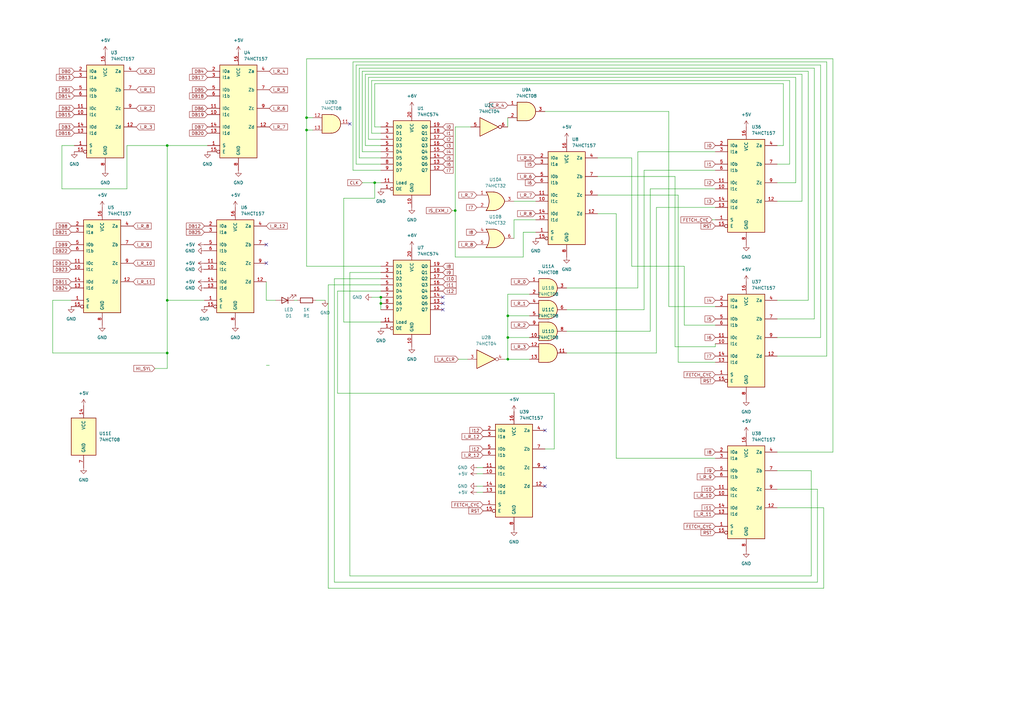
<source format=kicad_sch>
(kicad_sch (version 20250114) (generator "eeschema") (generator_version "9.0")
  (paper "A3")
  (lib_symbols
    (symbol "74xx:74HC04"
      (property "Reference" "U" (at 0 1.27 0))
      (property "Value" "74HC04" (at 0 -1.27 0))
      (symbol "74HC04_1_0"
        (pin input line (at -7.62 0 0) (length 3.81) (name "~") (number "1"))
        (pin output inverted (at 7.62 0 180) (length 3.81) (name "~") (number "2"))
      )
      (symbol "74HC04_2_0"
        (pin input line (at -7.62 0 0) (length 3.81) (name "~") (number "3"))
        (pin output inverted (at 7.62 0 180) (length 3.81) (name "~") (number "4"))
      )
      (symbol "74HC04_3_0"
        (pin input line (at -7.62 0 0) (length 3.81) (name "~") (number "5"))
        (pin output inverted (at 7.62 0 180) (length 3.81) (name "~") (number "6"))
      )
      (symbol "74HC04_4_0"
        (pin input line (at -7.62 0 0) (length 3.81) (name "~") (number "9"))
        (pin output inverted (at 7.62 0 180) (length 3.81) (name "~") (number "8"))
      )
      (symbol "74HC04_5_0"
        (pin input line (at -7.62 0 0) (length 3.81) (name "~") (number "11"))
        (pin output inverted (at 7.62 0 180) (length 3.81) (name "~") (number "10"))
      )
      (symbol "74HC04_6_0"
        (pin input line (at -7.62 0 0) (length 3.81) (name "~") (number "13"))
        (pin output inverted (at 7.62 0 180) (length 3.81) (name "~") (number "12"))
      )
      (symbol "74HC04_7_0"
        (pin power_in line (at 0 12.7 270) (length 5.08) (name "VCC") (number "14"))
        (pin power_in line (at 0 -12.7 90) (length 5.08) (name "GND") (number "7"))
      )
    )
    (symbol "74xx:74LS08" (pin_names (offset 1.016))
      (property "Reference" "U" (at 0 1.27 0))
      (property "Value" "74LS08" (at 0 -1.27 0))
      (symbol "74LS08_1_1"
        (pin input line (at -7.62 2.54 0) (length 3.81) (name "~") (number "1"))
        (pin input line (at -7.62 -2.54 0) (length 3.81) (name "~") (number "2"))
        (pin output line (at 7.62 0 180) (length 3.81) (name "~") (number "3"))
      )
      (symbol "74LS08_1_2"
        (pin input inverted (at -7.62 2.54 0) (length 4.318) (name "~") (number "1"))
        (pin input inverted (at -7.62 -2.54 0) (length 4.318) (name "~") (number "2"))
        (pin output inverted (at 7.62 0 180) (length 3.81) (name "~") (number "3"))
      )
      (symbol "74LS08_2_1"
        (pin input line (at -7.62 2.54 0) (length 3.81) (name "~") (number "4"))
        (pin input line (at -7.62 -2.54 0) (length 3.81) (name "~") (number "5"))
        (pin output line (at 7.62 0 180) (length 3.81) (name "~") (number "6"))
      )
      (symbol "74LS08_2_2"
        (pin input inverted (at -7.62 2.54 0) (length 4.318) (name "~") (number "4"))
        (pin input inverted (at -7.62 -2.54 0) (length 4.318) (name "~") (number "5"))
        (pin output inverted (at 7.62 0 180) (length 3.81) (name "~") (number "6"))
      )
      (symbol "74LS08_3_1"
        (pin input line (at -7.62 2.54 0) (length 3.81) (name "~") (number "9"))
        (pin input line (at -7.62 -2.54 0) (length 3.81) (name "~") (number "10"))
        (pin output line (at 7.62 0 180) (length 3.81) (name "~") (number "8"))
      )
      (symbol "74LS08_3_2"
        (pin input inverted (at -7.62 2.54 0) (length 4.318) (name "~") (number "9"))
        (pin input inverted (at -7.62 -2.54 0) (length 4.318) (name "~") (number "10"))
        (pin output inverted (at 7.62 0 180) (length 3.81) (name "~") (number "8"))
      )
      (symbol "74LS08_4_1"
        (pin input line (at -7.62 2.54 0) (length 3.81) (name "~") (number "12"))
        (pin input line (at -7.62 -2.54 0) (length 3.81) (name "~") (number "13"))
        (pin output line (at 7.62 0 180) (length 3.81) (name "~") (number "11"))
      )
      (symbol "74LS08_4_2"
        (pin input inverted (at -7.62 2.54 0) (length 4.318) (name "~") (number "12"))
        (pin input inverted (at -7.62 -2.54 0) (length 4.318) (name "~") (number "13"))
        (pin output inverted (at 7.62 0 180) (length 3.81) (name "~") (number "11"))
      )
      (symbol "74LS08_5_0"
        (pin power_in line (at 0 12.7 270) (length 5.08) (name "VCC") (number "14"))
        (pin power_in line (at 0 -12.7 90) (length 5.08) (name "GND") (number "7"))
      )
    )
    (symbol "74xx:74LS157" (pin_names (offset 1.016))
      (property "Reference" "U" (at -7.62 19.05 0))
      (property "Value" "74LS157" (at -7.62 -21.59 0))
      (symbol "74LS157_1_0"
        (pin input line (at -12.7 15.24 0) (length 5.08) (name "I0a") (number "2"))
        (pin input line (at -12.7 12.7 0) (length 5.08) (name "I1a") (number "3"))
        (pin input line (at -12.7 7.62 0) (length 5.08) (name "I0b") (number "5"))
        (pin input line (at -12.7 5.08 0) (length 5.08) (name "I1b") (number "6"))
        (pin input line (at -12.7 0 0) (length 5.08) (name "I0c") (number "11"))
        (pin input line (at -12.7 -2.54 0) (length 5.08) (name "I1c") (number "10"))
        (pin input line (at -12.7 -7.62 0) (length 5.08) (name "I0d") (number "14"))
        (pin input line (at -12.7 -10.16 0) (length 5.08) (name "I1d") (number "13"))
        (pin input line (at -12.7 -15.24 0) (length 5.08) (name "S") (number "1"))
        (pin input inverted (at -12.7 -17.78 0) (length 5.08) (name "E") (number "15"))
        (pin power_in line (at 0 22.86 270) (length 5.08) (name "VCC") (number "16"))
        (pin power_in line (at 0 -25.4 90) (length 5.08) (name "GND") (number "8"))
        (pin output line (at 12.7 15.24 180) (length 5.08) (name "Za") (number "4"))
        (pin output line (at 12.7 7.62 180) (length 5.08) (name "Zb") (number "7"))
        (pin output line (at 12.7 0 180) (length 5.08) (name "Zc") (number "9"))
        (pin output line (at 12.7 -7.62 180) (length 5.08) (name "Zd") (number "12"))
      )
    )
    (symbol "74xx:74LS32" (pin_names (offset 1.016))
      (property "Reference" "U" (at 0 1.27 0))
      (property "Value" "74LS32" (at 0 -1.27 0))
      (symbol "74LS32_1_1"
        (pin input line (at -7.62 2.54 0) (length 4.318) (name "~") (number "1"))
        (pin input line (at -7.62 -2.54 0) (length 4.318) (name "~") (number "2"))
        (pin output line (at 7.62 0 180) (length 3.81) (name "~") (number "3"))
      )
      (symbol "74LS32_1_2"
        (pin input inverted (at -7.62 2.54 0) (length 3.81) (name "~") (number "1"))
        (pin input inverted (at -7.62 -2.54 0) (length 3.81) (name "~") (number "2"))
        (pin output inverted (at 7.62 0 180) (length 3.81) (name "~") (number "3"))
      )
      (symbol "74LS32_2_1"
        (pin input line (at -7.62 2.54 0) (length 4.318) (name "~") (number "4"))
        (pin input line (at -7.62 -2.54 0) (length 4.318) (name "~") (number "5"))
        (pin output line (at 7.62 0 180) (length 3.81) (name "~") (number "6"))
      )
      (symbol "74LS32_2_2"
        (pin input inverted (at -7.62 2.54 0) (length 3.81) (name "~") (number "4"))
        (pin input inverted (at -7.62 -2.54 0) (length 3.81) (name "~") (number "5"))
        (pin output inverted (at 7.62 0 180) (length 3.81) (name "~") (number "6"))
      )
      (symbol "74LS32_3_1"
        (pin input line (at -7.62 2.54 0) (length 4.318) (name "~") (number "9"))
        (pin input line (at -7.62 -2.54 0) (length 4.318) (name "~") (number "10"))
        (pin output line (at 7.62 0 180) (length 3.81) (name "~") (number "8"))
      )
      (symbol "74LS32_3_2"
        (pin input inverted (at -7.62 2.54 0) (length 3.81) (name "~") (number "9"))
        (pin input inverted (at -7.62 -2.54 0) (length 3.81) (name "~") (number "10"))
        (pin output inverted (at 7.62 0 180) (length 3.81) (name "~") (number "8"))
      )
      (symbol "74LS32_4_1"
        (pin input line (at -7.62 2.54 0) (length 4.318) (name "~") (number "12"))
        (pin input line (at -7.62 -2.54 0) (length 4.318) (name "~") (number "13"))
        (pin output line (at 7.62 0 180) (length 3.81) (name "~") (number "11"))
      )
      (symbol "74LS32_4_2"
        (pin input inverted (at -7.62 2.54 0) (length 3.81) (name "~") (number "12"))
        (pin input inverted (at -7.62 -2.54 0) (length 3.81) (name "~") (number "13"))
        (pin output inverted (at 7.62 0 180) (length 3.81) (name "~") (number "11"))
      )
      (symbol "74LS32_5_0"
        (pin power_in line (at 0 12.7 270) (length 5.08) (name "VCC") (number "14"))
        (pin power_in line (at 0 -12.7 90) (length 5.08) (name "GND") (number "7"))
      )
    )
    (symbol "74xx:74LS573" (pin_names (offset 1.016))
      (property "Reference" "U" (at -7.62 16.51 0))
      (property "Value" "74LS573" (at -7.62 -16.51 0))
      (symbol "74LS573_1_0"
        (pin input line (at -12.7 12.7 0) (length 5.08) (name "D0") (number "2"))
        (pin input line (at -12.7 10.16 0) (length 5.08) (name "D1") (number "3"))
        (pin input line (at -12.7 7.62 0) (length 5.08) (name "D2") (number "4"))
        (pin input line (at -12.7 5.08 0) (length 5.08) (name "D3") (number "5"))
        (pin input line (at -12.7 2.54 0) (length 5.08) (name "D4") (number "6"))
        (pin input line (at -12.7 0 0) (length 5.08) (name "D5") (number "7"))
        (pin input line (at -12.7 -2.54 0) (length 5.08) (name "D6") (number "8"))
        (pin input line (at -12.7 -5.08 0) (length 5.08) (name "D7") (number "9"))
        (pin input line (at -12.7 -10.16 0) (length 5.08) (name "Load") (number "11"))
        (pin input inverted (at -12.7 -12.7 0) (length 5.08) (name "OE") (number "1"))
        (pin power_in line (at 0 20.32 270) (length 5.08) (name "VCC") (number "20"))
        (pin power_in line (at 0 -20.32 90) (length 5.08) (name "GND") (number "10"))
        (pin tri_state line (at 12.7 12.7 180) (length 5.08) (name "Q0") (number "19"))
        (pin tri_state line (at 12.7 10.16 180) (length 5.08) (name "Q1") (number "18"))
        (pin tri_state line (at 12.7 7.62 180) (length 5.08) (name "Q2") (number "17"))
        (pin tri_state line (at 12.7 5.08 180) (length 5.08) (name "Q3") (number "16"))
        (pin tri_state line (at 12.7 2.54 180) (length 5.08) (name "Q4") (number "15"))
        (pin tri_state line (at 12.7 0 180) (length 5.08) (name "Q5") (number "14"))
        (pin tri_state line (at 12.7 -2.54 180) (length 5.08) (name "Q6") (number "13"))
        (pin tri_state line (at 12.7 -5.08 180) (length 5.08) (name "Q7") (number "12"))
      )
    )
    (symbol "Device:LED" (pin_numbers (hide yes)) (pin_names (offset 1.016) (hide yes))
      (property "Reference" "D" (at 0 2.54 0))
      (property "Value" "LED" (at 0 -2.54 0))
      (symbol "LED_1_1"
        (pin passive line (at -3.81 0 0) (length 2.54) (name "K") (number "1"))
        (pin passive line (at 3.81 0 180) (length 2.54) (name "A") (number "2"))
      )
    )
    (symbol "Device:R" (pin_numbers (hide yes)) (pin_names (offset 0))
      (property "Reference" "R" (at 2.032 0 90))
      (property "Value" "R" (at 0 0 90))
      (symbol "R_1_1"
        (pin passive line (at 0 3.81 270) (length 1.27) (name "~") (number "1"))
        (pin passive line (at 0 -3.81 90) (length 1.27) (name "~") (number "2"))
      )
    )
    (symbol "power:+5V" (power) (pin_numbers (hide yes)) (pin_names (offset 0) (hide yes))
      (property "Value" "+5V" (at 0 3.556 0))
      (symbol "+5V_1_1"
        (pin power_in line (at 0 0 90) (length 0) (name "~") (number "1"))
      )
    )
    (symbol "power:+6V" (power) (pin_numbers (hide yes)) (pin_names (offset 0) (hide yes))
      (property "Value" "+6V" (at 0 3.556 0))
      (symbol "+6V_1_1"
        (pin power_in line (at 0 0 90) (length 0) (name "~") (number "1"))
      )
    )
    (symbol "power:GND" (power) (pin_numbers (hide yes)) (pin_names (offset 0) (hide yes))
      (property "Value" "GND" (at 0 -3.81 0))
      (symbol "GND_1_1"
        (pin power_in line (at 0 0 270) (length 0) (name "~") (number "1"))
      )
    )
  )
  (junction (at 68.58 59.69))
  (junction (at 208.28 147.32))
  (junction (at 68.58 144.78))
  (junction (at 125.73 53.34))
  (junction (at 68.58 123.19))
  (junction (at 125.73 48.26))
  (junction (at 208.28 138.43))
  (junction (at 153.67 74.93))
  (junction (at 186.69 86.36))
  (junction (at 208.28 129.54))
  (junction (at 156.21 121.92))
  (junction (at 156.21 124.46))
  (no_connect (at 181.61 124.46))
  (no_connect (at 181.61 121.92))
  (no_connect (at 181.61 127))
  (no_connect (at 109.22 100.33))
  (no_connect (at 223.52 199.39))
  (no_connect (at 223.52 176.53))
  (no_connect (at 109.22 107.95))
  (no_connect (at 143.51 50.8))
  (no_connect (at 223.52 191.77))
  (wire (pts (xy 207.01 147.32) (xy 208.28 147.32)))
  (wire (pts (xy 152.4 54.61) (xy 156.21 54.61)))
  (wire (pts (xy 208.28 147.32) (xy 217.17 147.32)))
  (wire (pts (xy 148.59 62.23) (xy 156.21 62.23)))
  (wire (pts (xy 125.73 53.34) (xy 128.27 53.34)))
  (wire (pts (xy 156.21 121.92) (xy 156.21 124.46)))
  (wire (pts (xy 68.58 59.69) (xy 52.07 59.69)))
  (wire (pts (xy 148.59 29.21) (xy 331.47 29.21)))
  (wire (pts (xy 264.16 127) (xy 232.41 127)))
  (wire (pts (xy 328.93 30.48) (xy 328.93 82.55)))
  (wire (pts (xy 293.37 62.23) (xy 261.62 62.23)))
  (wire (pts (xy 63.5 151.13) (xy 68.58 151.13)))
  (wire (pts (xy 195.58 201.93) (xy 198.12 201.93)))
  (wire (pts (xy 269.24 144.78) (xy 232.41 144.78)))
  (wire (pts (xy 52.07 77.47) (xy 25.4 77.47)))
  (wire (pts (xy 217.17 120.65) (xy 208.28 120.65)))
  (wire (pts (xy 336.55 26.67) (xy 336.55 138.43)))
  (wire (pts (xy 339.09 25.4) (xy 339.09 146.05)))
  (wire (pts (xy 210.82 82.55) (xy 219.71 82.55)))
  (wire (pts (xy 318.77 208.28) (xy 337.82 208.28)))
  (wire (pts (xy 341.63 24.13) (xy 341.63 185.42)))
  (wire (pts (xy 321.31 34.29) (xy 321.31 59.69)))
  (wire (pts (xy 125.73 24.13) (xy 341.63 24.13)))
  (wire (pts (xy 331.47 123.19) (xy 318.77 123.19)))
  (wire (pts (xy 335.28 238.76) (xy 137.16 238.76)))
  (wire (pts (xy 217.17 129.54) (xy 208.28 129.54)))
  (wire (pts (xy 214.63 105.41) (xy 214.63 95.25)))
  (wire (pts (xy 186.69 86.36) (xy 186.69 105.41)))
  (wire (pts (xy 334.01 27.94) (xy 334.01 130.81)))
  (wire (pts (xy 21.59 123.19) (xy 21.59 144.78)))
  (wire (pts (xy 252.73 187.96) (xy 293.37 187.96)))
  (wire (pts (xy 152.4 33.02) (xy 152.4 54.61)))
  (wire (pts (xy 278.13 148.59) (xy 293.37 148.59)))
  (wire (pts (xy 219.71 90.17) (xy 210.82 90.17)))
  (wire (pts (xy 186.69 105.41) (xy 214.63 105.41)))
  (wire (pts (xy 146.05 67.31) (xy 156.21 67.31)))
  (wire (pts (xy 121.92 123.19) (xy 120.65 123.19)))
  (wire (pts (xy 223.52 45.72) (xy 274.32 45.72)))
  (wire (pts (xy 318.77 200.66) (xy 335.28 200.66)))
  (wire (pts (xy 125.73 48.26) (xy 125.73 53.34)))
  (wire (pts (xy 143.51 236.22) (xy 143.51 111.76)))
  (wire (pts (xy 146.05 26.67) (xy 146.05 67.31)))
  (wire (pts (xy 336.55 138.43) (xy 318.77 138.43)))
  (wire (pts (xy 134.62 241.3) (xy 134.62 116.84)))
  (wire (pts (xy 195.58 191.77) (xy 198.12 191.77)))
  (wire (pts (xy 68.58 123.19) (xy 83.82 123.19)))
  (wire (pts (xy 208.28 138.43) (xy 208.28 147.32)))
  (wire (pts (xy 138.43 161.29) (xy 227.33 161.29)))
  (wire (pts (xy 151.13 57.15) (xy 156.21 57.15)))
  (wire (pts (xy 149.86 59.69) (xy 156.21 59.69)))
  (wire (pts (xy 334.01 130.81) (xy 318.77 130.81)))
  (wire (pts (xy 109.22 123.19) (xy 113.03 123.19)))
  (wire (pts (xy 144.78 69.85) (xy 156.21 69.85)))
  (wire (pts (xy 146.05 26.67) (xy 336.55 26.67)))
  (wire (pts (xy 149.86 30.48) (xy 328.93 30.48)))
  (wire (pts (xy 318.77 193.04) (xy 332.74 193.04)))
  (wire (pts (xy 269.24 85.09) (xy 269.24 144.78)))
  (wire (pts (xy 280.67 109.22) (xy 280.67 133.35)))
  (wire (pts (xy 208.28 120.65) (xy 208.28 129.54)))
  (wire (pts (xy 293.37 77.47) (xy 266.7 77.47)))
  (wire (pts (xy 326.39 74.93) (xy 318.77 74.93)))
  (wire (pts (xy 259.08 109.22) (xy 280.67 109.22)))
  (wire (pts (xy 245.11 72.39) (xy 276.86 72.39)))
  (wire (pts (xy 245.11 80.01) (xy 278.13 80.01)))
  (wire (pts (xy 292.1 90.17) (xy 293.37 90.17)))
  (wire (pts (xy 137.16 114.3) (xy 156.21 114.3)))
  (wire (pts (xy 152.4 33.02) (xy 323.85 33.02)))
  (wire (pts (xy 335.28 200.66) (xy 335.28 238.76)))
  (wire (pts (xy 210.82 90.17) (xy 210.82 97.79)))
  (wire (pts (xy 134.62 116.84) (xy 156.21 116.84)))
  (wire (pts (xy 341.63 185.42) (xy 318.77 185.42)))
  (wire (pts (xy 137.16 238.76) (xy 137.16 114.3)))
  (wire (pts (xy 337.82 208.28) (xy 337.82 241.3)))
  (wire (pts (xy 266.7 77.47) (xy 266.7 135.89)))
  (wire (pts (xy 156.21 119.38) (xy 138.43 119.38)))
  (wire (pts (xy 148.59 29.21) (xy 148.59 62.23)))
  (wire (pts (xy 151.13 31.75) (xy 151.13 57.15)))
  (wire (pts (xy 156.21 132.08) (xy 140.97 132.08)))
  (wire (pts (xy 152.4 121.92) (xy 156.21 121.92)))
  (wire (pts (xy 245.11 87.63) (xy 252.73 87.63)))
  (wire (pts (xy 140.97 81.28) (xy 153.67 81.28)))
  (wire (pts (xy 293.37 142.24) (xy 293.37 140.97)))
  (wire (pts (xy 227.33 184.15) (xy 223.52 184.15)))
  (wire (pts (xy 144.78 25.4) (xy 144.78 69.85)))
  (wire (pts (xy 331.47 29.21) (xy 331.47 123.19)))
  (wire (pts (xy 185.42 86.36) (xy 186.69 86.36)))
  (wire (pts (xy 332.74 193.04) (xy 332.74 236.22)))
  (wire (pts (xy 129.54 123.19) (xy 133.35 123.19)))
  (wire (pts (xy 328.93 82.55) (xy 318.77 82.55)))
  (wire (pts (xy 147.32 27.94) (xy 147.32 64.77)))
  (wire (pts (xy 217.17 138.43) (xy 208.28 138.43)))
  (wire (pts (xy 110.49 149.86) (xy 109.22 149.86)))
  (wire (pts (xy 280.67 133.35) (xy 293.37 133.35)))
  (wire (pts (xy 261.62 118.11) (xy 232.41 118.11)))
  (wire (pts (xy 264.16 69.85) (xy 264.16 127)))
  (wire (pts (xy 153.67 74.93) (xy 156.21 74.93)))
  (wire (pts (xy 323.85 67.31) (xy 318.77 67.31)))
  (wire (pts (xy 227.33 161.29) (xy 227.33 184.15)))
  (wire (pts (xy 261.62 62.23) (xy 261.62 118.11)))
  (wire (pts (xy 140.97 132.08) (xy 140.97 81.28)))
  (wire (pts (xy 153.67 34.29) (xy 153.67 52.07)))
  (wire (pts (xy 266.7 135.89) (xy 232.41 135.89)))
  (wire (pts (xy 274.32 45.72) (xy 274.32 125.73)))
  (wire (pts (xy 245.11 64.77) (xy 259.08 64.77)))
  (wire (pts (xy 214.63 95.25) (xy 219.71 95.25)))
  (wire (pts (xy 156.21 124.46) (xy 156.21 127)))
  (wire (pts (xy 252.73 87.63) (xy 252.73 187.96)))
  (wire (pts (xy 208.28 48.26) (xy 208.28 52.07)))
  (wire (pts (xy 144.78 25.4) (xy 339.09 25.4)))
  (wire (pts (xy 125.73 48.26) (xy 128.27 48.26)))
  (wire (pts (xy 25.4 77.47) (xy 25.4 59.69)))
  (wire (pts (xy 68.58 151.13) (xy 68.58 144.78)))
  (wire (pts (xy 25.4 59.69) (xy 30.48 59.69)))
  (wire (pts (xy 52.07 59.69) (xy 52.07 77.47)))
  (wire (pts (xy 326.39 31.75) (xy 326.39 74.93)))
  (wire (pts (xy 29.21 123.19) (xy 21.59 123.19)))
  (wire (pts (xy 109.22 115.57) (xy 109.22 123.19)))
  (wire (pts (xy 186.69 52.07) (xy 186.69 86.36)))
  (wire (pts (xy 143.51 111.76) (xy 156.21 111.76)))
  (wire (pts (xy 148.59 74.93) (xy 153.67 74.93)))
  (wire (pts (xy 68.58 144.78) (xy 68.58 123.19)))
  (wire (pts (xy 21.59 144.78) (xy 68.58 144.78)))
  (wire (pts (xy 293.37 69.85) (xy 264.16 69.85)))
  (wire (pts (xy 193.04 52.07) (xy 186.69 52.07)))
  (wire (pts (xy 195.58 194.31) (xy 198.12 194.31)))
  (wire (pts (xy 321.31 59.69) (xy 318.77 59.69)))
  (wire (pts (xy 208.28 129.54) (xy 208.28 138.43)))
  (wire (pts (xy 339.09 146.05) (xy 318.77 146.05)))
  (wire (pts (xy 259.08 64.77) (xy 259.08 109.22)))
  (wire (pts (xy 153.67 74.93) (xy 153.67 81.28)))
  (wire (pts (xy 276.86 72.39) (xy 276.86 142.24)))
  (wire (pts (xy 147.32 27.94) (xy 334.01 27.94)))
  (wire (pts (xy 68.58 123.19) (xy 68.58 59.69)))
  (wire (pts (xy 187.96 147.32) (xy 191.77 147.32)))
  (wire (pts (xy 125.73 24.13) (xy 125.73 48.26)))
  (wire (pts (xy 85.09 59.69) (xy 68.58 59.69)))
  (wire (pts (xy 293.37 85.09) (xy 269.24 85.09)))
  (wire (pts (xy 195.58 199.39) (xy 198.12 199.39)))
  (wire (pts (xy 276.86 142.24) (xy 293.37 142.24)))
  (wire (pts (xy 323.85 33.02) (xy 323.85 67.31)))
  (wire (pts (xy 274.32 125.73) (xy 293.37 125.73)))
  (wire (pts (xy 153.67 34.29) (xy 321.31 34.29)))
  (wire (pts (xy 332.74 236.22) (xy 143.51 236.22)))
  (wire (pts (xy 147.32 64.77) (xy 156.21 64.77)))
  (wire (pts (xy 278.13 80.01) (xy 278.13 148.59)))
  (wire (pts (xy 337.82 241.3) (xy 134.62 241.3)))
  (wire (pts (xy 125.73 53.34) (xy 125.73 109.22)))
  (wire (pts (xy 151.13 31.75) (xy 326.39 31.75)))
  (wire (pts (xy 149.86 30.48) (xy 149.86 59.69)))
  (wire (pts (xy 125.73 109.22) (xy 156.21 109.22)))
  (wire (pts (xy 153.67 52.07) (xy 156.21 52.07)))
  (wire (pts (xy 138.43 119.38) (xy 138.43 161.29)))
  (global_label "I8" (shape input) (at 181.61 109.22 0) (property "Intersheetrefs" "${INTERSHEET_REFS}" (effects (hide yes))))
  (global_label "I10" (shape input) (at 293.37 200.66 180) (property "Intersheetrefs" "${INTERSHEET_REFS}" (effects (hide yes))))
  (global_label "I_R_7" (shape input) (at 219.71 80.01 180) (property "Intersheetrefs" "${INTERSHEET_REFS}" (effects (hide yes))))
  (global_label "DB16" (shape input) (at 30.48 54.61 180) (property "Intersheetrefs" "${INTERSHEET_REFS}" (effects (hide yes))))
  (global_label "I0" (shape input) (at 293.37 59.69 180) (property "Intersheetrefs" "${INTERSHEET_REFS}" (effects (hide yes))))
  (global_label "I11" (shape input) (at 181.61 116.84 0) (property "Intersheetrefs" "${INTERSHEET_REFS}" (effects (hide yes))))
  (global_label "DB8" (shape input) (at 29.21 92.71 180) (property "Intersheetrefs" "${INTERSHEET_REFS}" (effects (hide yes))))
  (global_label "RST" (shape input) (at 293.37 218.44 180) (property "Intersheetrefs" "${INTERSHEET_REFS}" (effects (hide yes))))
  (global_label "I_A_CLR" (shape input) (at 187.96 147.32 180) (property "Intersheetrefs" "${INTERSHEET_REFS}" (effects (hide yes))))
  (global_label "DB6" (shape input) (at 85.09 44.45 180) (property "Intersheetrefs" "${INTERSHEET_REFS}" (effects (hide yes))))
  (global_label "I_R_11" (shape input) (at 54.61 115.57 0) (property "Intersheetrefs" "${INTERSHEET_REFS}" (effects (hide yes))))
  (global_label "I_R_6" (shape input) (at 110.49 44.45 0) (property "Intersheetrefs" "${INTERSHEET_REFS}" (effects (hide yes))))
  (global_label "DB15" (shape input) (at 30.48 46.99 180) (property "Intersheetrefs" "${INTERSHEET_REFS}" (effects (hide yes))))
  (global_label "DB0" (shape input) (at 30.48 29.21 180) (property "Intersheetrefs" "${INTERSHEET_REFS}" (effects (hide yes))))
  (global_label "I_R_4" (shape input) (at 208.28 43.18 180) (property "Intersheetrefs" "${INTERSHEET_REFS}" (effects (hide yes))))
  (global_label "I2" (shape input) (at 293.37 74.93 180) (property "Intersheetrefs" "${INTERSHEET_REFS}" (effects (hide yes))))
  (global_label "DB17" (shape input) (at 85.09 31.75 180) (property "Intersheetrefs" "${INTERSHEET_REFS}" (effects (hide yes))))
  (global_label "DB14" (shape input) (at 30.48 39.37 180) (property "Intersheetrefs" "${INTERSHEET_REFS}" (effects (hide yes))))
  (global_label "I12" (shape input) (at 181.61 119.38 0) (property "Intersheetrefs" "${INTERSHEET_REFS}" (effects (hide yes))))
  (global_label "I_R_9" (shape input) (at 293.37 195.58 180) (property "Intersheetrefs" "${INTERSHEET_REFS}" (effects (hide yes))))
  (global_label "I_R_0" (shape input) (at 217.17 115.57 180) (property "Intersheetrefs" "${INTERSHEET_REFS}" (effects (hide yes))))
  (global_label "FETCH_CYC" (shape input) (at 198.12 207.01 180) (property "Intersheetrefs" "${INTERSHEET_REFS}" (effects (hide yes))))
  (global_label "I_R_7" (shape input) (at 110.49 52.07 0) (property "Intersheetrefs" "${INTERSHEET_REFS}" (effects (hide yes))))
  (global_label "RST" (shape input) (at 293.37 156.21 180) (property "Intersheetrefs" "${INTERSHEET_REFS}" (effects (hide yes))))
  (global_label "I6" (shape input) (at 293.37 138.43 180) (property "Intersheetrefs" "${INTERSHEET_REFS}" (effects (hide yes))))
  (global_label "I_R_4" (shape input) (at 110.49 29.21 0) (property "Intersheetrefs" "${INTERSHEET_REFS}" (effects (hide yes))))
  (global_label "I7" (shape input) (at 181.61 69.85 0) (property "Intersheetrefs" "${INTERSHEET_REFS}" (effects (hide yes))))
  (global_label "I2" (shape input) (at 181.61 57.15 0) (property "Intersheetrefs" "${INTERSHEET_REFS}" (effects (hide yes))))
  (global_label "FETCH_CYC" (shape input) (at 292.1 90.17 180) (property "Intersheetrefs" "${INTERSHEET_REFS}" (effects (hide yes))))
  (global_label "DB25" (shape input) (at 83.82 95.25 180) (property "Intersheetrefs" "${INTERSHEET_REFS}" (effects (hide yes))))
  (global_label "FETCH_CYC" (shape input) (at 293.37 153.67 180) (property "Intersheetrefs" "${INTERSHEET_REFS}" (effects (hide yes))))
  (global_label "DB7" (shape input) (at 85.09 52.07 180) (property "Intersheetrefs" "${INTERSHEET_REFS}" (effects (hide yes))))
  (global_label "I_R_8" (shape input) (at 219.71 87.63 180) (property "Intersheetrefs" "${INTERSHEET_REFS}" (effects (hide yes))))
  (global_label "I_R_12" (shape input) (at 198.12 179.07 180) (property "Intersheetrefs" "${INTERSHEET_REFS}" (effects (hide yes))))
  (global_label "I_R_9" (shape input) (at 54.61 100.33 0) (property "Intersheetrefs" "${INTERSHEET_REFS}" (effects (hide yes))))
  (global_label "I7" (shape input) (at 293.37 146.05 180) (property "Intersheetrefs" "${INTERSHEET_REFS}" (effects (hide yes))))
  (global_label "I5" (shape input) (at 293.37 130.81 180) (property "Intersheetrefs" "${INTERSHEET_REFS}" (effects (hide yes))))
  (global_label "RST" (shape input) (at 198.12 209.55 180) (property "Intersheetrefs" "${INTERSHEET_REFS}" (effects (hide yes))))
  (global_label "I9" (shape input) (at 293.37 193.04 180) (property "Intersheetrefs" "${INTERSHEET_REFS}" (effects (hide yes))))
  (global_label "I_R_8" (shape input) (at 195.58 100.33 180) (property "Intersheetrefs" "${INTERSHEET_REFS}" (effects (hide yes))))
  (global_label "I9" (shape input) (at 181.61 111.76 0) (property "Intersheetrefs" "${INTERSHEET_REFS}" (effects (hide yes))))
  (global_label "I_R_3" (shape input) (at 55.88 52.07 0) (property "Intersheetrefs" "${INTERSHEET_REFS}" (effects (hide yes))))
  (global_label "DB12" (shape input) (at 83.82 92.71 180) (property "Intersheetrefs" "${INTERSHEET_REFS}" (effects (hide yes))))
  (global_label "DB10" (shape input) (at 29.21 107.95 180) (property "Intersheetrefs" "${INTERSHEET_REFS}" (effects (hide yes))))
  (global_label "I_R_12" (shape input) (at 198.12 186.69 180) (property "Intersheetrefs" "${INTERSHEET_REFS}" (effects (hide yes))))
  (global_label "I3" (shape input) (at 293.37 82.55 180) (property "Intersheetrefs" "${INTERSHEET_REFS}" (effects (hide yes))))
  (global_label "DB22" (shape input) (at 29.21 102.87 180) (property "Intersheetrefs" "${INTERSHEET_REFS}" (effects (hide yes))))
  (global_label "I_R_2" (shape input) (at 217.17 133.35 180) (property "Intersheetrefs" "${INTERSHEET_REFS}" (effects (hide yes))))
  (global_label "DB2" (shape input) (at 30.48 44.45 180) (property "Intersheetrefs" "${INTERSHEET_REFS}" (effects (hide yes))))
  (global_label "I10" (shape input) (at 181.61 114.3 0) (property "Intersheetrefs" "${INTERSHEET_REFS}" (effects (hide yes))))
  (global_label "FETCH_CYC" (shape input) (at 293.37 215.9 180) (property "Intersheetrefs" "${INTERSHEET_REFS}" (effects (hide yes))))
  (global_label "I6" (shape input) (at 219.71 74.93 180) (property "Intersheetrefs" "${INTERSHEET_REFS}" (effects (hide yes))))
  (global_label "I12" (shape input) (at 198.12 176.53 180) (property "Intersheetrefs" "${INTERSHEET_REFS}" (effects (hide yes))))
  (global_label "I_R_3" (shape input) (at 217.17 142.24 180) (property "Intersheetrefs" "${INTERSHEET_REFS}" (effects (hide yes))))
  (global_label "DB21" (shape input) (at 29.21 95.25 180) (property "Intersheetrefs" "${INTERSHEET_REFS}" (effects (hide yes))))
  (global_label "I_R_5" (shape input) (at 219.71 64.77 180) (property "Intersheetrefs" "${INTERSHEET_REFS}" (effects (hide yes))))
  (global_label "I_R_7" (shape input) (at 195.58 80.01 180) (property "Intersheetrefs" "${INTERSHEET_REFS}" (effects (hide yes))))
  (global_label "I7" (shape input) (at 195.58 85.09 180) (property "Intersheetrefs" "${INTERSHEET_REFS}" (effects (hide yes))))
  (global_label "I_R_8" (shape input) (at 54.61 92.71 0) (property "Intersheetrefs" "${INTERSHEET_REFS}" (effects (hide yes))))
  (global_label "DB11" (shape input) (at 29.21 115.57 180) (property "Intersheetrefs" "${INTERSHEET_REFS}" (effects (hide yes))))
  (global_label "I_R_1" (shape input) (at 55.88 36.83 0) (property "Intersheetrefs" "${INTERSHEET_REFS}" (effects (hide yes))))
  (global_label "I1" (shape input) (at 181.61 54.61 0) (property "Intersheetrefs" "${INTERSHEET_REFS}" (effects (hide yes))))
  (global_label "DB19" (shape input) (at 85.09 46.99 180) (property "Intersheetrefs" "${INTERSHEET_REFS}" (effects (hide yes))))
  (global_label "I_R_2" (shape input) (at 55.88 44.45 0) (property "Intersheetrefs" "${INTERSHEET_REFS}" (effects (hide yes))))
  (global_label "DB24" (shape input) (at 29.21 118.11 180) (property "Intersheetrefs" "${INTERSHEET_REFS}" (effects (hide yes))))
  (global_label "I_R_1" (shape input) (at 217.17 124.46 180) (property "Intersheetrefs" "${INTERSHEET_REFS}" (effects (hide yes))))
  (global_label "DB5" (shape input) (at 85.09 36.83 180) (property "Intersheetrefs" "${INTERSHEET_REFS}" (effects (hide yes))))
  (global_label "IS_EXM_I" (shape input) (at 185.42 86.36 180) (property "Intersheetrefs" "${INTERSHEET_REFS}" (effects (hide yes))))
  (global_label "I_R_11" (shape input) (at 293.37 210.82 180) (property "Intersheetrefs" "${INTERSHEET_REFS}" (effects (hide yes))))
  (global_label "I8" (shape input) (at 293.37 185.42 180) (property "Intersheetrefs" "${INTERSHEET_REFS}" (effects (hide yes))))
  (global_label "DB20" (shape input) (at 85.09 54.61 180) (property "Intersheetrefs" "${INTERSHEET_REFS}" (effects (hide yes))))
  (global_label "I4" (shape input) (at 181.61 62.23 0) (property "Intersheetrefs" "${INTERSHEET_REFS}" (effects (hide yes))))
  (global_label "I_R_12" (shape input) (at 109.22 92.71 0) (property "Intersheetrefs" "${INTERSHEET_REFS}" (effects (hide yes))))
  (global_label "RST" (shape input) (at 293.37 92.71 180) (property "Intersheetrefs" "${INTERSHEET_REFS}" (effects (hide yes))))
  (global_label "I_R_10" (shape input) (at 293.37 203.2 180) (property "Intersheetrefs" "${INTERSHEET_REFS}" (effects (hide yes))))
  (global_label "I5" (shape input) (at 181.61 64.77 0) (property "Intersheetrefs" "${INTERSHEET_REFS}" (effects (hide yes))))
  (global_label "DB1" (shape input) (at 30.48 36.83 180) (property "Intersheetrefs" "${INTERSHEET_REFS}" (effects (hide yes))))
  (global_label "HI_SYL" (shape input) (at 63.5 151.13 180) (property "Intersheetrefs" "${INTERSHEET_REFS}" (effects (hide yes))))
  (global_label "DB3" (shape input) (at 30.48 52.07 180) (property "Intersheetrefs" "${INTERSHEET_REFS}" (effects (hide yes))))
  (global_label "I_R_0" (shape input) (at 55.88 29.21 0) (property "Intersheetrefs" "${INTERSHEET_REFS}" (effects (hide yes))))
  (global_label "DB18" (shape input) (at 85.09 39.37 180) (property "Intersheetrefs" "${INTERSHEET_REFS}" (effects (hide yes))))
  (global_label "CLK" (shape input) (at 148.59 74.93 180) (property "Intersheetrefs" "${INTERSHEET_REFS}" (effects (hide yes))))
  (global_label "I8" (shape input) (at 195.58 95.25 180) (property "Intersheetrefs" "${INTERSHEET_REFS}" (effects (hide yes))))
  (global_label "I_R_6" (shape input) (at 219.71 72.39 180) (property "Intersheetrefs" "${INTERSHEET_REFS}" (effects (hide yes))))
  (global_label "I5" (shape input) (at 219.71 67.31 180) (property "Intersheetrefs" "${INTERSHEET_REFS}" (effects (hide yes))))
  (global_label "I_R_5" (shape input) (at 110.49 36.83 0) (property "Intersheetrefs" "${INTERSHEET_REFS}" (effects (hide yes))))
  (global_label "I12" (shape input) (at 198.12 184.15 180) (property "Intersheetrefs" "${INTERSHEET_REFS}" (effects (hide yes))))
  (global_label "I3" (shape input) (at 181.61 59.69 0) (property "Intersheetrefs" "${INTERSHEET_REFS}" (effects (hide yes))))
  (global_label "DB9" (shape input) (at 29.21 100.33 180) (property "Intersheetrefs" "${INTERSHEET_REFS}" (effects (hide yes))))
  (global_label "I1" (shape input) (at 293.37 67.31 180) (property "Intersheetrefs" "${INTERSHEET_REFS}" (effects (hide yes))))
  (global_label "I_R_10" (shape input) (at 54.61 107.95 0) (property "Intersheetrefs" "${INTERSHEET_REFS}" (effects (hide yes))))
  (global_label "I0" (shape input) (at 181.61 52.07 0) (property "Intersheetrefs" "${INTERSHEET_REFS}" (effects (hide yes))))
  (global_label "DB4" (shape input) (at 85.09 29.21 180) (property "Intersheetrefs" "${INTERSHEET_REFS}" (effects (hide yes))))
  (global_label "I4" (shape input) (at 293.37 123.19 180) (property "Intersheetrefs" "${INTERSHEET_REFS}" (effects (hide yes))))
  (global_label "DB23" (shape input) (at 29.21 110.49 180) (property "Intersheetrefs" "${INTERSHEET_REFS}" (effects (hide yes))))
  (global_label "I11" (shape input) (at 293.37 208.28 180) (property "Intersheetrefs" "${INTERSHEET_REFS}" (effects (hide yes))))
  (global_label "DB13" (shape input) (at 30.48 31.75 180) (property "Intersheetrefs" "${INTERSHEET_REFS}" (effects (hide yes))))
  (global_label "I6" (shape input) (at 181.61 67.31 0) (property "Intersheetrefs" "${INTERSHEET_REFS}" (effects (hide yes))))
  (symbol (lib_id "power:+5V") (at 195.58 201.93 90) (unit 1)
    (property "Reference" "#PWR0151" (effects (hide yes)))
    (property "Value" "+5V" (at 191.77 201.9299 90) (effects (justify left)))
    (property "Description" "Power symbol creates a global label with name \"+5V\"" (effects (hide yes)))
  )
  (symbol (lib_id "power:GND") (at 306.07 163.83 0) (unit 1)
    (property "Reference" "#PWR0145" (effects (hide yes)))
    (property "Value" "GND" (at 306.07 168.91 0))
    (property "Description" "Power symbol creates a global label with name \"GND\" , ground" (effects (hide yes)))
  )
  (symbol (lib_id "74xx:74LS32") (at 203.2 97.79 0) (unit 2)
    (property "Reference" "U10" (at 203.2 88.9 0))
    (property "Value" "74HCT32" (at 203.2 91.44 0))
    (property "Footprint" "Package_SO:SO-14_3.9x8.65mm_P1.27mm" (effects (hide yes)))
    (property "Datasheet" "http://www.ti.com/lit/gpn/sn74LS32" (effects (hide yes)))
    (property "Description" "Quad 2-input OR" (effects (hide yes)))
    (property "VerilogCode" "ttl_74hct32 U10(_1, _2, _3, _4, _5, _6, _9, _10, _8, _12, _13, _11);" (effects (hide yes)))
  )
  (symbol (lib_id "74xx:74HC04") (at 200.66 52.07 0) (unit 3)
    (property "Reference" "U2" (at 200.66 43.18 0))
    (property "Value" "74HCT04" (at 200.66 45.72 0))
    (property "Footprint" "Package_SO:SO-14_3.9x8.65mm_P1.27mm" (effects (hide yes)))
    (property "Datasheet" "https://assets.nexperia.com/documents/data-sheet/74HC_HCT04.pdf" (effects (hide yes)))
    (property "Description" "Hex Inverter" (effects (hide yes)))
    (property "VerilogCode" "ttl_74hct04 U2({_1, _3, _5, _9, _11, _13}, {_2, _4, _6, _8, _10, _12});" (effects (hide yes)))
  )
  (symbol (lib_id "power:GND") (at 195.58 191.77 270) (unit 1)
    (property "Reference" "#PWR0152" (effects (hide yes)))
    (property "Value" "GND" (at 191.77 191.7699 90) (effects (justify right)))
    (property "Description" "Power symbol creates a global label with name \"GND\" , ground" (effects (hide yes)))
  )
  (symbol (lib_id "Device:LED") (at 116.84 123.19 180) (unit 1)
    (property "Reference" "D1" (at 118.4275 129.54 0))
    (property "Value" "LED" (at 118.4275 127 0))
    (property "Footprint" "LED_SMD:LED_1206_3216Metric_Pad1.42x1.75mm_HandSolder" (effects (hide yes)))
  )
  (symbol (lib_id "power:+5V") (at 306.07 115.57 0) (unit 1)
    (property "Reference" "#PWR0144" (effects (hide yes)))
    (property "Value" "+5V" (at 306.07 110.49 0))
    (property "Description" "Power symbol creates a global label with name \"+5V\"" (effects (hide yes)))
  )
  (symbol (lib_id "power:GND") (at 96.52 133.35 0) (unit 1)
    (property "Reference" "#PWR022" (effects (hide yes)))
    (property "Value" "GND" (at 96.52 138.43 0))
    (property "Description" "Power symbol creates a global label with name \"GND\" , ground" (effects (hide yes)))
  )
  (symbol (lib_id "74xx:74HC04") (at 199.39 147.32 0) (unit 2)
    (property "Reference" "U2" (at 199.39 138.43 0))
    (property "Value" "74HCT04" (at 199.39 140.97 0))
    (property "Footprint" "Package_SO:SO-14_3.9x8.65mm_P1.27mm" (effects (hide yes)))
    (property "Datasheet" "https://assets.nexperia.com/documents/data-sheet/74HC_HCT04.pdf" (effects (hide yes)))
    (property "Description" "Hex Inverter" (effects (hide yes)))
    (property "VerilogCode" "ttl_74hct04 U2({_1, _3, _5, _9, _11, _13}, {_2, _4, _6, _8, _10, _12});" (effects (hide yes)))
  )
  (symbol (lib_id "power:GND") (at 168.91 142.24 0) (unit 1)
    (property "Reference" "#PWR031" (effects (hide yes)))
    (property "Value" "GND" (at 168.91 147.32 0))
    (property "Description" "Power symbol creates a global label with name \"GND\" , ground" (effects (hide yes)))
  )
  (symbol (lib_id "74xx:74LS08") (at 34.29 179.07 0) (unit 5)
    (property "Reference" "U11" (at 40.64 177.7999 0) (effects (justify left)))
    (property "Value" "74HCT08" (at 40.64 180.3399 0) (effects (justify left)))
    (property "Footprint" "Package_SO:SO-14_3.9x8.65mm_P1.27mm" (effects (hide yes)))
    (property "Datasheet" "http://www.ti.com/lit/gpn/sn74LS08" (effects (hide yes)))
    (property "Description" "Quad And2" (effects (hide yes)))
    (property "VerilogCode" "ttl_74hct08 U11(_1, _2, _3, _4, _5, _6, _9, _10, _8, _12, _13, _11);" (effects (hide yes)))
  )
  (symbol (lib_id "74xx:74LS08") (at 224.79 135.89 0) (unit 3)
    (property "Reference" "U11" (at 224.7817 127 0))
    (property "Value" "74HCT08" (at 224.7817 129.54 0))
    (property "Footprint" "Package_SO:SO-14_3.9x8.65mm_P1.27mm" (effects (hide yes)))
    (property "Datasheet" "http://www.ti.com/lit/gpn/sn74LS08" (effects (hide yes)))
    (property "Description" "Quad And2" (effects (hide yes)))
    (property "VerilogCode" "ttl_74hct08 U11(_1, _2, _3, _4, _5, _6, _9, _10, _8, _12, _13, _11);" (effects (hide yes)))
  )
  (symbol (lib_id "74xx:74LS157") (at 41.91 107.95 0) (unit 1)
    (property "Reference" "U5" (at 44.1041 85.09 0) (effects (justify left)))
    (property "Value" "74HCT157" (at 44.1041 87.63 0) (effects (justify left)))
    (property "Footprint" "Package_SO:SO-16_3.9x9.9mm_P1.27mm" (effects (hide yes)))
    (property "Datasheet" "http://www.ti.com/lit/gpn/sn74LS157" (effects (hide yes)))
    (property "Description" "Quad 2 to 1 line Multiplexer" (effects (hide yes)))
    (property "VerilogCode" "ttl_74hct157 U5({I1d, I0d}, {I1c, I0c}, {I1b, I0b}, {I1a, I0a}, S, E, {Zd, Zc, Zb, Za});" (effects (hide yes)))
  )
  (symbol (lib_id "power:GND") (at 83.82 125.73 0) (unit 1)
    (property "Reference" "#PWR020" (effects (hide yes)))
    (property "Value" "GND" (at 83.82 130.81 0))
    (property "Description" "Power symbol creates a global label with name \"GND\" , ground" (effects (hide yes)))
  )
  (symbol (lib_id "74xx:74LS08") (at 224.79 144.78 0) (unit 4)
    (property "Reference" "U11" (at 224.7817 135.89 0))
    (property "Value" "74HCT08" (at 224.7817 138.43 0))
    (property "Footprint" "Package_SO:SO-14_3.9x8.65mm_P1.27mm" (effects (hide yes)))
    (property "Datasheet" "http://www.ti.com/lit/gpn/sn74LS08" (effects (hide yes)))
    (property "Description" "Quad And2" (effects (hide yes)))
    (property "VerilogCode" "ttl_74hct08 U11(_1, _2, _3, _4, _5, _6, _9, _10, _8, _12, _13, _11);" (effects (hide yes)))
  )
  (symbol (lib_id "power:+5V") (at 96.52 85.09 0) (unit 1)
    (property "Reference" "#PWR021" (effects (hide yes)))
    (property "Value" "+5V" (at 96.52 80.01 0))
    (property "Description" "Power symbol creates a global label with name \"+5V\"" (effects (hide yes)))
  )
  (symbol (lib_id "power:+5V") (at 306.07 177.8 0) (unit 1)
    (property "Reference" "#PWR0146" (effects (hide yes)))
    (property "Value" "+5V" (at 306.07 172.72 0))
    (property "Description" "Power symbol creates a global label with name \"+5V\"" (effects (hide yes)))
  )
  (symbol (lib_id "power:GND") (at 306.07 100.33 0) (unit 1)
    (property "Reference" "#PWR0143" (effects (hide yes)))
    (property "Value" "GND" (at 306.07 105.41 0))
    (property "Description" "Power symbol creates a global label with name \"GND\" , ground" (effects (hide yes)))
  )
  (symbol (lib_id "power:GND") (at 219.71 97.79 0) (unit 1)
    (property "Reference" "#PWR036" (effects (hide yes)))
    (property "Value" "GND" (at 219.71 102.87 0))
    (property "Description" "Power symbol creates a global label with name \"GND\" , ground" (effects (hide yes)))
  )
  (symbol (lib_id "power:GND") (at 168.91 85.09 0) (unit 1)
    (property "Reference" "#PWR07" (effects (hide yes)))
    (property "Value" "GND" (at 168.91 90.17 0))
    (property "Description" "Power symbol creates a global label with name \"GND\" , ground" (effects (hide yes)))
  )
  (symbol (lib_id "Device:R") (at 125.73 123.19 270) (unit 1)
    (property "Reference" "R1" (at 125.73 129.54 90))
    (property "Value" "1K" (at 125.73 127 90))
    (property "Footprint" "Resistor_SMD:R_1206_3216Metric_Pad1.30x1.75mm_HandSolder" (effects (hide yes)))
    (property "VerilogCode" "assign _1 = _2;" (effects (hide yes)))
  )
  (symbol (lib_id "74xx:74LS157") (at 306.07 138.43 0) (unit 1)
    (property "Reference" "U37" (at 308.2641 115.57 0) (effects (justify left)))
    (property "Value" "74HCT157" (at 308.2641 118.11 0) (effects (justify left)))
    (property "Footprint" "Package_SO:SO-16_3.9x9.9mm_P1.27mm" (effects (hide yes)))
    (property "Datasheet" "http://www.ti.com/lit/gpn/sn74LS157" (effects (hide yes)))
    (property "Description" "Quad 2 to 1 line Multiplexer" (effects (hide yes)))
    (property "VerilogCode" "ttl_74hct157 U37({I1d, I0d}, {I1c, I0c}, {I1b, I0b}, {I1a, I0a}, S, E, {Zd, Zc, Zb, Za});" (effects (hide yes)))
  )
  (symbol (lib_id "power:GND") (at 210.82 217.17 0) (unit 1)
    (property "Reference" "#PWR0149" (effects (hide yes)))
    (property "Value" "GND" (at 210.82 222.25 0))
    (property "Description" "Power symbol creates a global label with name \"GND\" , ground" (effects (hide yes)))
  )
  (symbol (lib_id "74xx:74LS08") (at 135.89 50.8 0) (unit 4)
    (property "Reference" "U28" (at 135.8817 41.91 0))
    (property "Value" "74HCT08" (at 135.8817 44.45 0))
    (property "Footprint" "Package_SO:SO-14_3.9x8.65mm_P1.27mm" (effects (hide yes)))
    (property "Datasheet" "http://www.ti.com/lit/gpn/sn74LS08" (effects (hide yes)))
    (property "Description" "Quad And2" (effects (hide yes)))
    (property "VerilogCode" "ttl_74hct08 U28(_1, _2, _3, _4, _5, _6, _9, _10, _8, _12, _13, _11);" (effects (hide yes)))
  )
  (symbol (lib_id "power:GND") (at 41.91 133.35 0) (unit 1)
    (property "Reference" "#PWR019" (effects (hide yes)))
    (property "Value" "GND" (at 41.91 138.43 0))
    (property "Description" "Power symbol creates a global label with name \"GND\" , ground" (effects (hide yes)))
  )
  (symbol (lib_id "power:GND") (at 97.79 69.85 0) (unit 1)
    (property "Reference" "#PWR016" (effects (hide yes)))
    (property "Value" "GND" (at 97.79 74.93 0))
    (property "Description" "Power symbol creates a global label with name \"GND\" , ground" (effects (hide yes)))
  )
  (symbol (lib_id "power:GND") (at 156.21 77.47 0) (unit 1)
    (property "Reference" "#PWR08" (effects (hide yes)))
    (property "Value" "GND" (at 156.21 82.55 0))
    (property "Description" "Power symbol creates a global label with name \"GND\" , ground" (effects (hide yes)))
  )
  (symbol (lib_id "power:+5V") (at 83.82 100.33 90) (unit 1)
    (property "Reference" "#PWR023" (effects (hide yes)))
    (property "Value" "+5V" (at 80.01 100.3299 90) (effects (justify left)))
    (property "Description" "Power symbol creates a global label with name \"+5V\"" (effects (hide yes)))
  )
  (symbol (lib_id "power:GND") (at 30.48 62.23 0) (unit 1)
    (property "Reference" "#PWR013" (effects (hide yes)))
    (property "Value" "GND" (at 30.48 67.31 0))
    (property "Description" "Power symbol creates a global label with name \"GND\" , ground" (effects (hide yes)))
  )
  (symbol (lib_id "power:GND") (at 306.07 226.06 0) (unit 1)
    (property "Reference" "#PWR0147" (effects (hide yes)))
    (property "Value" "GND" (at 306.07 231.14 0))
    (property "Description" "Power symbol creates a global label with name \"GND\" , ground" (effects (hide yes)))
  )
  (symbol (lib_id "power:+6V") (at 168.91 44.45 0) (unit 1)
    (property "Reference" "#PWR06" (effects (hide yes)))
    (property "Value" "+6V" (at 168.91 39.37 0))
    (property "Description" "Power symbol creates a global label with name \"+6V\"" (effects (hide yes)))
  )
  (symbol (lib_id "power:GND") (at 195.58 199.39 270) (unit 1)
    (property "Reference" "#PWR0153" (effects (hide yes)))
    (property "Value" "GND" (at 191.77 199.3899 90) (effects (justify right)))
    (property "Description" "Power symbol creates a global label with name \"GND\" , ground" (effects (hide yes)))
  )
  (symbol (lib_id "74xx:74LS32") (at 203.2 82.55 0) (unit 1)
    (property "Reference" "U10" (at 203.2 73.66 0))
    (property "Value" "74HCT32" (at 203.2 76.2 0))
    (property "Footprint" "Package_SO:SO-14_3.9x8.65mm_P1.27mm" (effects (hide yes)))
    (property "Datasheet" "http://www.ti.com/lit/gpn/sn74LS32" (effects (hide yes)))
    (property "Description" "Quad 2-input OR" (effects (hide yes)))
    (property "VerilogCode" "ttl_74hct32 U10(_1, _2, _3, _4, _5, _6, _9, _10, _8, _12, _13, _11);" (effects (hide yes)))
  )
  (symbol (lib_id "power:GND") (at 83.82 110.49 270) (unit 1)
    (property "Reference" "#PWR027" (effects (hide yes)))
    (property "Value" "GND" (at 80.01 110.4899 90) (effects (justify right)))
    (property "Description" "Power symbol creates a global label with name \"GND\" , ground" (effects (hide yes)))
  )
  (symbol (lib_id "power:GND") (at 156.21 134.62 0) (unit 1)
    (property "Reference" "#PWR032" (effects (hide yes)))
    (property "Value" "GND" (at 156.21 139.7 0))
    (property "Description" "Power symbol creates a global label with name \"GND\" , ground" (effects (hide yes)))
  )
  (symbol (lib_id "power:GND") (at 232.41 105.41 0) (unit 1)
    (property "Reference" "#PWR035" (effects (hide yes)))
    (property "Value" "GND" (at 232.41 110.49 0))
    (property "Description" "Power symbol creates a global label with name \"GND\" , ground" (effects (hide yes)))
  )
  (symbol (lib_id "power:+5V") (at 34.29 166.37 0) (unit 1)
    (property "Reference" "#PWR042" (effects (hide yes)))
    (property "Value" "+5V" (at 34.29 161.29 0))
    (property "Description" "Power symbol creates a global label with name \"+5V\"" (effects (hide yes)))
  )
  (symbol (lib_id "74xx:74LS573") (at 168.91 121.92 0) (unit 1)
    (property "Reference" "U7" (at 171.1041 101.6 0) (effects (justify left)))
    (property "Value" "74HC574" (at 171.1041 104.14 0) (effects (justify left)))
    (property "Footprint" "Package_SO:SO-20_12.8x7.5mm_P1.27mm" (effects (hide yes)))
    (property "Datasheet" "74xx/74hc573.pdf" (effects (hide yes)))
    (property "Description" "8-bit Latch 3-state outputs" (effects (hide yes)))
    (property "VerilogCode" "ttl_74hct574 U7(`D, `Q, Load, OE);" (effects (hide yes)))
  )
  (symbol (lib_id "power:+5V") (at 43.18 21.59 0) (unit 1)
    (property "Reference" "#PWR011" (effects (hide yes)))
    (property "Value" "+5V" (at 43.18 16.51 0))
    (property "Description" "Power symbol creates a global label with name \"+5V\"" (effects (hide yes)))
  )
  (symbol (lib_id "74xx:74LS08") (at 224.79 118.11 0) (unit 1)
    (property "Reference" "U11" (at 224.7817 109.22 0))
    (property "Value" "74HCT08" (at 224.7817 111.76 0))
    (property "Footprint" "Package_SO:SO-14_3.9x8.65mm_P1.27mm" (effects (hide yes)))
    (property "Datasheet" "http://www.ti.com/lit/gpn/sn74LS08" (effects (hide yes)))
    (property "Description" "Quad And2" (effects (hide yes)))
    (property "VerilogCode" "ttl_74hct08 U11(_1, _2, _3, _4, _5, _6, _9, _10, _8, _12, _13, _11);" (effects (hide yes)))
  )
  (symbol (lib_id "power:+5V") (at 210.82 168.91 0) (unit 1)
    (property "Reference" "#PWR0148" (effects (hide yes)))
    (property "Value" "+5V" (at 210.82 163.83 0))
    (property "Description" "Power symbol creates a global label with name \"+5V\"" (effects (hide yes)))
  )
  (symbol (lib_id "power:+5V") (at 232.41 57.15 0) (unit 1)
    (property "Reference" "#PWR034" (effects (hide yes)))
    (property "Value" "+5V" (at 232.41 52.07 0))
    (property "Description" "Power symbol creates a global label with name \"+5V\"" (effects (hide yes)))
  )
  (symbol (lib_id "74xx:74LS08") (at 224.79 127 0) (unit 2)
    (property "Reference" "U11" (at 224.7817 118.11 0))
    (property "Value" "74HCT08" (at 224.7817 120.65 0))
    (property "Footprint" "Package_SO:SO-14_3.9x8.65mm_P1.27mm" (effects (hide yes)))
    (property "Datasheet" "http://www.ti.com/lit/gpn/sn74LS08" (effects (hide yes)))
    (property "Description" "Quad And2" (effects (hide yes)))
    (property "VerilogCode" "ttl_74hct08 U11(_1, _2, _3, _4, _5, _6, _9, _10, _8, _12, _13, _11);" (effects (hide yes)))
  )
  (symbol (lib_id "power:+5V") (at 306.07 52.07 0) (unit 1)
    (property "Reference" "#PWR0142" (effects (hide yes)))
    (property "Value" "+5V" (at 306.07 46.99 0))
    (property "Description" "Power symbol creates a global label with name \"+5V\"" (effects (hide yes)))
  )
  (symbol (lib_id "power:+5V") (at 41.91 85.09 0) (unit 1)
    (property "Reference" "#PWR018" (effects (hide yes)))
    (property "Value" "+5V" (at 41.91 80.01 0))
    (property "Description" "Power symbol creates a global label with name \"+5V\"" (effects (hide yes)))
  )
  (symbol (lib_id "power:GND") (at 83.82 102.87 270) (unit 1)
    (property "Reference" "#PWR026" (effects (hide yes)))
    (property "Value" "GND" (at 80.01 102.8699 90) (effects (justify right)))
    (property "Description" "Power symbol creates a global label with name \"GND\" , ground" (effects (hide yes)))
  )
  (symbol (lib_id "74xx:74LS157") (at 97.79 44.45 0) (unit 1)
    (property "Reference" "U4" (at 99.9841 21.59 0) (effects (justify left)))
    (property "Value" "74HCT157" (at 99.9841 24.13 0) (effects (justify left)))
    (property "Footprint" "Package_SO:SO-16_3.9x9.9mm_P1.27mm" (effects (hide yes)))
    (property "Datasheet" "http://www.ti.com/lit/gpn/sn74LS157" (effects (hide yes)))
    (property "Description" "Quad 2 to 1 line Multiplexer" (effects (hide yes)))
    (property "VerilogCode" "ttl_74hct157 U4({I1d, I0d}, {I1c, I0c}, {I1b, I0b}, {I1a, I0a}, S, E, {Zd, Zc, Zb, Za});" (effects (hide yes)))
  )
  (symbol (lib_id "74xx:74LS573") (at 168.91 64.77 0) (unit 1)
    (property "Reference" "U1" (at 171.1041 44.45 0) (effects (justify left)))
    (property "Value" "74HC574" (at 171.1041 46.99 0) (effects (justify left)))
    (property "Footprint" "Package_SO:SO-20_12.8x7.5mm_P1.27mm" (effects (hide yes)))
    (property "Datasheet" "74xx/74hc573.pdf" (effects (hide yes)))
    (property "Description" "8-bit Latch 3-state outputs" (effects (hide yes)))
    (property "VerilogCode" "ttl_74hct574 U1(`D, `Q, Load, OE);" (effects (hide yes)))
  )
  (symbol (lib_id "power:+6V") (at 168.91 101.6 0) (unit 1)
    (property "Reference" "#PWR030" (effects (hide yes)))
    (property "Value" "+6V" (at 168.91 96.52 0))
    (property "Description" "Power symbol creates a global label with name \"+6V\"" (effects (hide yes)))
  )
  (symbol (lib_id "74xx:74LS157") (at 210.82 191.77 0) (unit 1)
    (property "Reference" "U39" (at 213.0141 168.91 0) (effects (justify left)))
    (property "Value" "74HCT157" (at 213.0141 171.45 0) (effects (justify left)))
    (property "Footprint" "Package_SO:SO-16_3.9x9.9mm_P1.27mm" (effects (hide yes)))
    (property "Datasheet" "http://www.ti.com/lit/gpn/sn74LS157" (effects (hide yes)))
    (property "Description" "Quad 2 to 1 line Multiplexer" (effects (hide yes)))
    (property "VerilogCode" "ttl_74hct157 U39({I1d, I0d}, {I1c, I0c}, {I1b, I0b}, {I1a, I0a}, S, E, {Zd, Zc, Zb, Za});" (effects (hide yes)))
  )
  (symbol (lib_id "74xx:74LS157") (at 96.52 107.95 0) (unit 1)
    (property "Reference" "U6" (at 98.7141 85.09 0) (effects (justify left)))
    (property "Value" "74HCT157" (at 98.7141 87.63 0) (effects (justify left)))
    (property "Footprint" "Package_SO:SO-16_3.9x9.9mm_P1.27mm" (effects (hide yes)))
    (property "Datasheet" "http://www.ti.com/lit/gpn/sn74LS157" (effects (hide yes)))
    (property "Description" "Quad 2 to 1 line Multiplexer" (effects (hide yes)))
    (property "VerilogCode" "ttl_74hct157 U6({I1d, I0d}, {I1c, I0c}, {I1b, I0b}, {I1a, I0a}, S, E, {Zd, Zc, Zb, Za});" (effects (hide yes)))
  )
  (symbol (lib_id "74xx:74LS157") (at 232.41 80.01 0) (unit 1)
    (property "Reference" "U8" (at 234.6041 57.15 0) (effects (justify left)))
    (property "Value" "74HCT157" (at 234.6041 59.69 0) (effects (justify left)))
    (property "Footprint" "Package_SO:SO-16_3.9x9.9mm_P1.27mm" (effects (hide yes)))
    (property "Datasheet" "http://www.ti.com/lit/gpn/sn74LS157" (effects (hide yes)))
    (property "Description" "Quad 2 to 1 line Multiplexer" (effects (hide yes)))
    (property "VerilogCode" "ttl_74hct157 U8({I1d, I0d}, {I1c, I0c}, {I1b, I0b}, {I1a, I0a}, S, E, {Zd, Zc, Zb, Za});" (effects (hide yes)))
  )
  (symbol (lib_id "74xx:74LS157") (at 306.07 200.66 0) (unit 1)
    (property "Reference" "U38" (at 308.2641 177.8 0) (effects (justify left)))
    (property "Value" "74HCT157" (at 308.2641 180.34 0) (effects (justify left)))
    (property "Footprint" "Package_SO:SO-16_3.9x9.9mm_P1.27mm" (effects (hide yes)))
    (property "Datasheet" "http://www.ti.com/lit/gpn/sn74LS157" (effects (hide yes)))
    (property "Description" "Quad 2 to 1 line Multiplexer" (effects (hide yes)))
    (property "VerilogCode" "ttl_74hct157 U38({I1d, I0d}, {I1c, I0c}, {I1b, I0b}, {I1a, I0a}, S, E, {Zd, Zc, Zb, Za});" (effects (hide yes)))
  )
  (symbol (lib_id "power:GND") (at 152.4 121.92 270) (unit 1)
    (property "Reference" "#PWR033" (effects (hide yes)))
    (property "Value" "GND" (at 148.59 121.9199 90) (effects (justify right)))
    (property "Description" "Power symbol creates a global label with name \"GND\" , ground" (effects (hide yes)))
  )
  (symbol (lib_id "74xx:74LS157") (at 306.07 74.93 0) (unit 1)
    (property "Reference" "U36" (at 308.2641 52.07 0) (effects (justify left)))
    (property "Value" "74HCT157" (at 308.2641 54.61 0) (effects (justify left)))
    (property "Footprint" "Package_SO:SO-16_3.9x9.9mm_P1.27mm" (effects (hide yes)))
    (property "Datasheet" "http://www.ti.com/lit/gpn/sn74LS157" (effects (hide yes)))
    (property "Description" "Quad 2 to 1 line Multiplexer" (effects (hide yes)))
    (property "VerilogCode" "ttl_74hct157 U36({I1d, I0d}, {I1c, I0c}, {I1b, I0b}, {I1a, I0a}, S, E, {Zd, Zc, Zb, Za});" (effects (hide yes)))
  )
  (symbol (lib_id "power:+5V") (at 97.79 21.59 0) (unit 1)
    (property "Reference" "#PWR015" (effects (hide yes)))
    (property "Value" "+5V" (at 97.79 16.51 0))
    (property "Description" "Power symbol creates a global label with name \"+5V\"" (effects (hide yes)))
  )
  (symbol (lib_id "power:+5V") (at 83.82 107.95 90) (unit 1)
    (property "Reference" "#PWR024" (effects (hide yes)))
    (property "Value" "+5V" (at 80.01 107.9499 90) (effects (justify left)))
    (property "Description" "Power symbol creates a global label with name \"+5V\"" (effects (hide yes)))
  )
  (symbol (lib_id "74xx:74LS08") (at 215.9 45.72 0) (unit 1)
    (property "Reference" "U9" (at 215.8917 36.83 0))
    (property "Value" "74HCT08" (at 215.8917 39.37 0))
    (property "Footprint" "Package_SO:SO-14_3.9x8.65mm_P1.27mm" (effects (hide yes)))
    (property "Datasheet" "http://www.ti.com/lit/gpn/sn74LS08" (effects (hide yes)))
    (property "Description" "Quad And2" (effects (hide yes)))
    (property "VerilogCode" "ttl_74hct08 U9(_1, _2, _3, _4, _5, _6, _9, _10, _8, _12, _13, _11);" (effects (hide yes)))
  )
  (symbol (lib_id "power:+5V") (at 195.58 194.31 90) (unit 1)
    (property "Reference" "#PWR0150" (effects (hide yes)))
    (property "Value" "+5V" (at 191.77 194.3099 90) (effects (justify left)))
    (property "Description" "Power symbol creates a global label with name \"+5V\"" (effects (hide yes)))
  )
  (symbol (lib_id "power:GND") (at 29.21 125.73 0) (unit 1)
    (property "Reference" "#PWR017" (effects (hide yes)))
    (property "Value" "GND" (at 29.21 130.81 0))
    (property "Description" "Power symbol creates a global label with name \"GND\" , ground" (effects (hide yes)))
  )
  (symbol (lib_id "power:GND") (at 43.18 69.85 0) (unit 1)
    (property "Reference" "#PWR012" (effects (hide yes)))
    (property "Value" "GND" (at 43.18 74.93 0))
    (property "Description" "Power symbol creates a global label with name \"GND\" , ground" (effects (hide yes)))
  )
  (symbol (lib_id "power:GND") (at 85.09 62.23 0) (unit 1)
    (property "Reference" "#PWR014" (effects (hide yes)))
    (property "Value" "GND" (at 85.09 67.31 0))
    (property "Description" "Power symbol creates a global label with name \"GND\" , ground" (effects (hide yes)))
  )
  (symbol (lib_id "74xx:74LS157") (at 43.18 44.45 0) (unit 1)
    (property "Reference" "U3" (at 45.3741 21.59 0) (effects (justify left)))
    (property "Value" "74HCT157" (at 45.3741 24.13 0) (effects (justify left)))
    (property "Footprint" "Package_SO:SO-16_3.9x9.9mm_P1.27mm" (effects (hide yes)))
    (property "Datasheet" "http://www.ti.com/lit/gpn/sn74LS157" (effects (hide yes)))
    (property "Description" "Quad 2 to 1 line Multiplexer" (effects (hide yes)))
    (property "VerilogCode" "ttl_74hct157 U3({I1d, I0d}, {I1c, I0c}, {I1b, I0b}, {I1a, I0a}, S, E, {Zd, Zc, Zb, Za});" (effects (hide yes)))
  )
  (symbol (lib_id "power:GND") (at 133.35 123.19 0) (unit 1)
    (property "Reference" "#PWR029" (effects (hide yes)))
    (property "Value" "GND" (at 133.35 128.27 0))
    (property "Description" "Power symbol creates a global label with name \"GND\" , ground" (effects (hide yes)))
  )
  (symbol (lib_id "power:GND") (at 34.29 191.77 0) (unit 1)
    (property "Reference" "#PWR041" (effects (hide yes)))
    (property "Value" "GND" (at 34.29 196.85 0))
    (property "Description" "Power symbol creates a global label with name \"GND\" , ground" (effects (hide yes)))
  )
  (symbol (lib_id "power:+5V") (at 83.82 115.57 90) (unit 1)
    (property "Reference" "#PWR025" (effects (hide yes)))
    (property "Value" "+5V" (at 80.01 115.5699 90) (effects (justify left)))
    (property "Description" "Power symbol creates a global label with name \"+5V\"" (effects (hide yes)))
  )
  (symbol (lib_id "power:GND") (at 83.82 118.11 270) (unit 1)
    (property "Reference" "#PWR028" (effects (hide yes)))
    (property "Value" "GND" (at 80.01 118.1099 90) (effects (justify right)))
    (property "Description" "Power symbol creates a global label with name \"GND\" , ground" (effects (hide yes)))
  )
)
</source>
